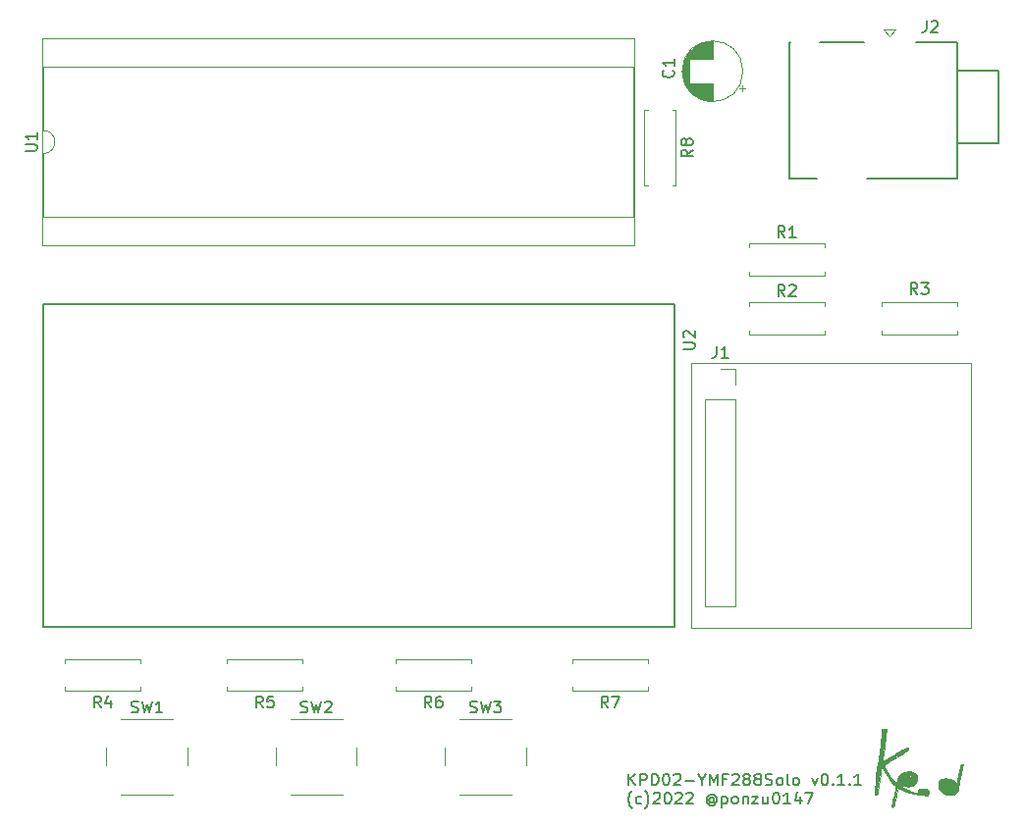
<source format=gto>
G04 #@! TF.GenerationSoftware,KiCad,Pcbnew,(6.0.1)*
G04 #@! TF.CreationDate,2022-01-31T09:15:29+09:00*
G04 #@! TF.ProjectId,KPD02-YMF288Solo-20220117,4b504430-322d-4594-9d46-323838536f6c,rev?*
G04 #@! TF.SameCoordinates,Original*
G04 #@! TF.FileFunction,Legend,Top*
G04 #@! TF.FilePolarity,Positive*
%FSLAX46Y46*%
G04 Gerber Fmt 4.6, Leading zero omitted, Abs format (unit mm)*
G04 Created by KiCad (PCBNEW (6.0.1)) date 2022-01-31 09:15:29*
%MOMM*%
%LPD*%
G01*
G04 APERTURE LIST*
%ADD10C,0.150000*%
%ADD11C,0.120000*%
%ADD12C,0.127000*%
%ADD13C,0.010000*%
G04 APERTURE END LIST*
D10*
X195915595Y-149507380D02*
X195915595Y-148507380D01*
X196487023Y-149507380D02*
X196058452Y-148935952D01*
X196487023Y-148507380D02*
X195915595Y-149078809D01*
X196915595Y-149507380D02*
X196915595Y-148507380D01*
X197296547Y-148507380D01*
X197391785Y-148555000D01*
X197439404Y-148602619D01*
X197487023Y-148697857D01*
X197487023Y-148840714D01*
X197439404Y-148935952D01*
X197391785Y-148983571D01*
X197296547Y-149031190D01*
X196915595Y-149031190D01*
X197915595Y-149507380D02*
X197915595Y-148507380D01*
X198153690Y-148507380D01*
X198296547Y-148555000D01*
X198391785Y-148650238D01*
X198439404Y-148745476D01*
X198487023Y-148935952D01*
X198487023Y-149078809D01*
X198439404Y-149269285D01*
X198391785Y-149364523D01*
X198296547Y-149459761D01*
X198153690Y-149507380D01*
X197915595Y-149507380D01*
X199106071Y-148507380D02*
X199201309Y-148507380D01*
X199296547Y-148555000D01*
X199344166Y-148602619D01*
X199391785Y-148697857D01*
X199439404Y-148888333D01*
X199439404Y-149126428D01*
X199391785Y-149316904D01*
X199344166Y-149412142D01*
X199296547Y-149459761D01*
X199201309Y-149507380D01*
X199106071Y-149507380D01*
X199010833Y-149459761D01*
X198963214Y-149412142D01*
X198915595Y-149316904D01*
X198867976Y-149126428D01*
X198867976Y-148888333D01*
X198915595Y-148697857D01*
X198963214Y-148602619D01*
X199010833Y-148555000D01*
X199106071Y-148507380D01*
X199820357Y-148602619D02*
X199867976Y-148555000D01*
X199963214Y-148507380D01*
X200201309Y-148507380D01*
X200296547Y-148555000D01*
X200344166Y-148602619D01*
X200391785Y-148697857D01*
X200391785Y-148793095D01*
X200344166Y-148935952D01*
X199772738Y-149507380D01*
X200391785Y-149507380D01*
X200820357Y-149126428D02*
X201582261Y-149126428D01*
X202248928Y-149031190D02*
X202248928Y-149507380D01*
X201915595Y-148507380D02*
X202248928Y-149031190D01*
X202582261Y-148507380D01*
X202915595Y-149507380D02*
X202915595Y-148507380D01*
X203248928Y-149221666D01*
X203582261Y-148507380D01*
X203582261Y-149507380D01*
X204391785Y-148983571D02*
X204058452Y-148983571D01*
X204058452Y-149507380D02*
X204058452Y-148507380D01*
X204534642Y-148507380D01*
X204867976Y-148602619D02*
X204915595Y-148555000D01*
X205010833Y-148507380D01*
X205248928Y-148507380D01*
X205344166Y-148555000D01*
X205391785Y-148602619D01*
X205439404Y-148697857D01*
X205439404Y-148793095D01*
X205391785Y-148935952D01*
X204820357Y-149507380D01*
X205439404Y-149507380D01*
X206010833Y-148935952D02*
X205915595Y-148888333D01*
X205867976Y-148840714D01*
X205820357Y-148745476D01*
X205820357Y-148697857D01*
X205867976Y-148602619D01*
X205915595Y-148555000D01*
X206010833Y-148507380D01*
X206201309Y-148507380D01*
X206296547Y-148555000D01*
X206344166Y-148602619D01*
X206391785Y-148697857D01*
X206391785Y-148745476D01*
X206344166Y-148840714D01*
X206296547Y-148888333D01*
X206201309Y-148935952D01*
X206010833Y-148935952D01*
X205915595Y-148983571D01*
X205867976Y-149031190D01*
X205820357Y-149126428D01*
X205820357Y-149316904D01*
X205867976Y-149412142D01*
X205915595Y-149459761D01*
X206010833Y-149507380D01*
X206201309Y-149507380D01*
X206296547Y-149459761D01*
X206344166Y-149412142D01*
X206391785Y-149316904D01*
X206391785Y-149126428D01*
X206344166Y-149031190D01*
X206296547Y-148983571D01*
X206201309Y-148935952D01*
X206963214Y-148935952D02*
X206867976Y-148888333D01*
X206820357Y-148840714D01*
X206772738Y-148745476D01*
X206772738Y-148697857D01*
X206820357Y-148602619D01*
X206867976Y-148555000D01*
X206963214Y-148507380D01*
X207153690Y-148507380D01*
X207248928Y-148555000D01*
X207296547Y-148602619D01*
X207344166Y-148697857D01*
X207344166Y-148745476D01*
X207296547Y-148840714D01*
X207248928Y-148888333D01*
X207153690Y-148935952D01*
X206963214Y-148935952D01*
X206867976Y-148983571D01*
X206820357Y-149031190D01*
X206772738Y-149126428D01*
X206772738Y-149316904D01*
X206820357Y-149412142D01*
X206867976Y-149459761D01*
X206963214Y-149507380D01*
X207153690Y-149507380D01*
X207248928Y-149459761D01*
X207296547Y-149412142D01*
X207344166Y-149316904D01*
X207344166Y-149126428D01*
X207296547Y-149031190D01*
X207248928Y-148983571D01*
X207153690Y-148935952D01*
X207725119Y-149459761D02*
X207867976Y-149507380D01*
X208106071Y-149507380D01*
X208201309Y-149459761D01*
X208248928Y-149412142D01*
X208296547Y-149316904D01*
X208296547Y-149221666D01*
X208248928Y-149126428D01*
X208201309Y-149078809D01*
X208106071Y-149031190D01*
X207915595Y-148983571D01*
X207820357Y-148935952D01*
X207772738Y-148888333D01*
X207725119Y-148793095D01*
X207725119Y-148697857D01*
X207772738Y-148602619D01*
X207820357Y-148555000D01*
X207915595Y-148507380D01*
X208153690Y-148507380D01*
X208296547Y-148555000D01*
X208867976Y-149507380D02*
X208772738Y-149459761D01*
X208725119Y-149412142D01*
X208677500Y-149316904D01*
X208677500Y-149031190D01*
X208725119Y-148935952D01*
X208772738Y-148888333D01*
X208867976Y-148840714D01*
X209010833Y-148840714D01*
X209106071Y-148888333D01*
X209153690Y-148935952D01*
X209201309Y-149031190D01*
X209201309Y-149316904D01*
X209153690Y-149412142D01*
X209106071Y-149459761D01*
X209010833Y-149507380D01*
X208867976Y-149507380D01*
X209772738Y-149507380D02*
X209677500Y-149459761D01*
X209629880Y-149364523D01*
X209629880Y-148507380D01*
X210296547Y-149507380D02*
X210201309Y-149459761D01*
X210153690Y-149412142D01*
X210106071Y-149316904D01*
X210106071Y-149031190D01*
X210153690Y-148935952D01*
X210201309Y-148888333D01*
X210296547Y-148840714D01*
X210439404Y-148840714D01*
X210534642Y-148888333D01*
X210582261Y-148935952D01*
X210629880Y-149031190D01*
X210629880Y-149316904D01*
X210582261Y-149412142D01*
X210534642Y-149459761D01*
X210439404Y-149507380D01*
X210296547Y-149507380D01*
X211725119Y-148840714D02*
X211963214Y-149507380D01*
X212201309Y-148840714D01*
X212772738Y-148507380D02*
X212867976Y-148507380D01*
X212963214Y-148555000D01*
X213010833Y-148602619D01*
X213058452Y-148697857D01*
X213106071Y-148888333D01*
X213106071Y-149126428D01*
X213058452Y-149316904D01*
X213010833Y-149412142D01*
X212963214Y-149459761D01*
X212867976Y-149507380D01*
X212772738Y-149507380D01*
X212677500Y-149459761D01*
X212629880Y-149412142D01*
X212582261Y-149316904D01*
X212534642Y-149126428D01*
X212534642Y-148888333D01*
X212582261Y-148697857D01*
X212629880Y-148602619D01*
X212677500Y-148555000D01*
X212772738Y-148507380D01*
X213534642Y-149412142D02*
X213582261Y-149459761D01*
X213534642Y-149507380D01*
X213487023Y-149459761D01*
X213534642Y-149412142D01*
X213534642Y-149507380D01*
X214534642Y-149507380D02*
X213963214Y-149507380D01*
X214248928Y-149507380D02*
X214248928Y-148507380D01*
X214153690Y-148650238D01*
X214058452Y-148745476D01*
X213963214Y-148793095D01*
X214963214Y-149412142D02*
X215010833Y-149459761D01*
X214963214Y-149507380D01*
X214915595Y-149459761D01*
X214963214Y-149412142D01*
X214963214Y-149507380D01*
X215963214Y-149507380D02*
X215391785Y-149507380D01*
X215677500Y-149507380D02*
X215677500Y-148507380D01*
X215582261Y-148650238D01*
X215487023Y-148745476D01*
X215391785Y-148793095D01*
X196201309Y-151498333D02*
X196153690Y-151450714D01*
X196058452Y-151307857D01*
X196010833Y-151212619D01*
X195963214Y-151069761D01*
X195915595Y-150831666D01*
X195915595Y-150641190D01*
X195963214Y-150403095D01*
X196010833Y-150260238D01*
X196058452Y-150165000D01*
X196153690Y-150022142D01*
X196201309Y-149974523D01*
X197010833Y-151069761D02*
X196915595Y-151117380D01*
X196725119Y-151117380D01*
X196629880Y-151069761D01*
X196582261Y-151022142D01*
X196534642Y-150926904D01*
X196534642Y-150641190D01*
X196582261Y-150545952D01*
X196629880Y-150498333D01*
X196725119Y-150450714D01*
X196915595Y-150450714D01*
X197010833Y-150498333D01*
X197344166Y-151498333D02*
X197391785Y-151450714D01*
X197487023Y-151307857D01*
X197534642Y-151212619D01*
X197582261Y-151069761D01*
X197629880Y-150831666D01*
X197629880Y-150641190D01*
X197582261Y-150403095D01*
X197534642Y-150260238D01*
X197487023Y-150165000D01*
X197391785Y-150022142D01*
X197344166Y-149974523D01*
X198058452Y-150212619D02*
X198106071Y-150165000D01*
X198201309Y-150117380D01*
X198439404Y-150117380D01*
X198534642Y-150165000D01*
X198582261Y-150212619D01*
X198629880Y-150307857D01*
X198629880Y-150403095D01*
X198582261Y-150545952D01*
X198010833Y-151117380D01*
X198629880Y-151117380D01*
X199248928Y-150117380D02*
X199344166Y-150117380D01*
X199439404Y-150165000D01*
X199487023Y-150212619D01*
X199534642Y-150307857D01*
X199582261Y-150498333D01*
X199582261Y-150736428D01*
X199534642Y-150926904D01*
X199487023Y-151022142D01*
X199439404Y-151069761D01*
X199344166Y-151117380D01*
X199248928Y-151117380D01*
X199153690Y-151069761D01*
X199106071Y-151022142D01*
X199058452Y-150926904D01*
X199010833Y-150736428D01*
X199010833Y-150498333D01*
X199058452Y-150307857D01*
X199106071Y-150212619D01*
X199153690Y-150165000D01*
X199248928Y-150117380D01*
X199963214Y-150212619D02*
X200010833Y-150165000D01*
X200106071Y-150117380D01*
X200344166Y-150117380D01*
X200439404Y-150165000D01*
X200487023Y-150212619D01*
X200534642Y-150307857D01*
X200534642Y-150403095D01*
X200487023Y-150545952D01*
X199915595Y-151117380D01*
X200534642Y-151117380D01*
X200915595Y-150212619D02*
X200963214Y-150165000D01*
X201058452Y-150117380D01*
X201296547Y-150117380D01*
X201391785Y-150165000D01*
X201439404Y-150212619D01*
X201487023Y-150307857D01*
X201487023Y-150403095D01*
X201439404Y-150545952D01*
X200867976Y-151117380D01*
X201487023Y-151117380D01*
X203296547Y-150641190D02*
X203248928Y-150593571D01*
X203153690Y-150545952D01*
X203058452Y-150545952D01*
X202963214Y-150593571D01*
X202915595Y-150641190D01*
X202867976Y-150736428D01*
X202867976Y-150831666D01*
X202915595Y-150926904D01*
X202963214Y-150974523D01*
X203058452Y-151022142D01*
X203153690Y-151022142D01*
X203248928Y-150974523D01*
X203296547Y-150926904D01*
X203296547Y-150545952D02*
X203296547Y-150926904D01*
X203344166Y-150974523D01*
X203391785Y-150974523D01*
X203487023Y-150926904D01*
X203534642Y-150831666D01*
X203534642Y-150593571D01*
X203439404Y-150450714D01*
X203296547Y-150355476D01*
X203106071Y-150307857D01*
X202915595Y-150355476D01*
X202772738Y-150450714D01*
X202677500Y-150593571D01*
X202629880Y-150784047D01*
X202677500Y-150974523D01*
X202772738Y-151117380D01*
X202915595Y-151212619D01*
X203106071Y-151260238D01*
X203296547Y-151212619D01*
X203439404Y-151117380D01*
X203963214Y-150450714D02*
X203963214Y-151450714D01*
X203963214Y-150498333D02*
X204058452Y-150450714D01*
X204248928Y-150450714D01*
X204344166Y-150498333D01*
X204391785Y-150545952D01*
X204439404Y-150641190D01*
X204439404Y-150926904D01*
X204391785Y-151022142D01*
X204344166Y-151069761D01*
X204248928Y-151117380D01*
X204058452Y-151117380D01*
X203963214Y-151069761D01*
X205010833Y-151117380D02*
X204915595Y-151069761D01*
X204867976Y-151022142D01*
X204820357Y-150926904D01*
X204820357Y-150641190D01*
X204867976Y-150545952D01*
X204915595Y-150498333D01*
X205010833Y-150450714D01*
X205153690Y-150450714D01*
X205248928Y-150498333D01*
X205296547Y-150545952D01*
X205344166Y-150641190D01*
X205344166Y-150926904D01*
X205296547Y-151022142D01*
X205248928Y-151069761D01*
X205153690Y-151117380D01*
X205010833Y-151117380D01*
X205772738Y-150450714D02*
X205772738Y-151117380D01*
X205772738Y-150545952D02*
X205820357Y-150498333D01*
X205915595Y-150450714D01*
X206058452Y-150450714D01*
X206153690Y-150498333D01*
X206201309Y-150593571D01*
X206201309Y-151117380D01*
X206582261Y-150450714D02*
X207106071Y-150450714D01*
X206582261Y-151117380D01*
X207106071Y-151117380D01*
X207915595Y-150450714D02*
X207915595Y-151117380D01*
X207487023Y-150450714D02*
X207487023Y-150974523D01*
X207534642Y-151069761D01*
X207629880Y-151117380D01*
X207772738Y-151117380D01*
X207867976Y-151069761D01*
X207915595Y-151022142D01*
X208582261Y-150117380D02*
X208677500Y-150117380D01*
X208772738Y-150165000D01*
X208820357Y-150212619D01*
X208867976Y-150307857D01*
X208915595Y-150498333D01*
X208915595Y-150736428D01*
X208867976Y-150926904D01*
X208820357Y-151022142D01*
X208772738Y-151069761D01*
X208677500Y-151117380D01*
X208582261Y-151117380D01*
X208487023Y-151069761D01*
X208439404Y-151022142D01*
X208391785Y-150926904D01*
X208344166Y-150736428D01*
X208344166Y-150498333D01*
X208391785Y-150307857D01*
X208439404Y-150212619D01*
X208487023Y-150165000D01*
X208582261Y-150117380D01*
X209867976Y-151117380D02*
X209296547Y-151117380D01*
X209582261Y-151117380D02*
X209582261Y-150117380D01*
X209487023Y-150260238D01*
X209391785Y-150355476D01*
X209296547Y-150403095D01*
X210725119Y-150450714D02*
X210725119Y-151117380D01*
X210487023Y-150069761D02*
X210248928Y-150784047D01*
X210867976Y-150784047D01*
X211153690Y-150117380D02*
X211820357Y-150117380D01*
X211391785Y-151117380D01*
G04 #@! TO.C,R8*
X201450380Y-94654666D02*
X200974190Y-94988000D01*
X201450380Y-95226095D02*
X200450380Y-95226095D01*
X200450380Y-94845142D01*
X200498000Y-94749904D01*
X200545619Y-94702285D01*
X200640857Y-94654666D01*
X200783714Y-94654666D01*
X200878952Y-94702285D01*
X200926571Y-94749904D01*
X200974190Y-94845142D01*
X200974190Y-95226095D01*
X200878952Y-94083238D02*
X200831333Y-94178476D01*
X200783714Y-94226095D01*
X200688476Y-94273714D01*
X200640857Y-94273714D01*
X200545619Y-94226095D01*
X200498000Y-94178476D01*
X200450380Y-94083238D01*
X200450380Y-93892761D01*
X200498000Y-93797523D01*
X200545619Y-93749904D01*
X200640857Y-93702285D01*
X200688476Y-93702285D01*
X200783714Y-93749904D01*
X200831333Y-93797523D01*
X200878952Y-93892761D01*
X200878952Y-94083238D01*
X200926571Y-94178476D01*
X200974190Y-94226095D01*
X201069428Y-94273714D01*
X201259904Y-94273714D01*
X201355142Y-94226095D01*
X201402761Y-94178476D01*
X201450380Y-94083238D01*
X201450380Y-93892761D01*
X201402761Y-93797523D01*
X201355142Y-93749904D01*
X201259904Y-93702285D01*
X201069428Y-93702285D01*
X200974190Y-93749904D01*
X200926571Y-93797523D01*
X200878952Y-93892761D01*
G04 #@! TO.C,C1*
X199747142Y-87796666D02*
X199794761Y-87844285D01*
X199842380Y-87987142D01*
X199842380Y-88082380D01*
X199794761Y-88225238D01*
X199699523Y-88320476D01*
X199604285Y-88368095D01*
X199413809Y-88415714D01*
X199270952Y-88415714D01*
X199080476Y-88368095D01*
X198985238Y-88320476D01*
X198890000Y-88225238D01*
X198842380Y-88082380D01*
X198842380Y-87987142D01*
X198890000Y-87844285D01*
X198937619Y-87796666D01*
X199842380Y-86844285D02*
X199842380Y-87415714D01*
X199842380Y-87130000D02*
X198842380Y-87130000D01*
X198985238Y-87225238D01*
X199080476Y-87320476D01*
X199128095Y-87415714D01*
G04 #@! TO.C,J2*
X221606666Y-83512380D02*
X221606666Y-84226666D01*
X221559047Y-84369523D01*
X221463809Y-84464761D01*
X221320952Y-84512380D01*
X221225714Y-84512380D01*
X222035238Y-83607619D02*
X222082857Y-83560000D01*
X222178095Y-83512380D01*
X222416190Y-83512380D01*
X222511428Y-83560000D01*
X222559047Y-83607619D01*
X222606666Y-83702857D01*
X222606666Y-83798095D01*
X222559047Y-83940952D01*
X221987619Y-84512380D01*
X222606666Y-84512380D01*
G04 #@! TO.C,SW2*
X167651666Y-143184761D02*
X167794523Y-143232380D01*
X168032619Y-143232380D01*
X168127857Y-143184761D01*
X168175476Y-143137142D01*
X168223095Y-143041904D01*
X168223095Y-142946666D01*
X168175476Y-142851428D01*
X168127857Y-142803809D01*
X168032619Y-142756190D01*
X167842142Y-142708571D01*
X167746904Y-142660952D01*
X167699285Y-142613333D01*
X167651666Y-142518095D01*
X167651666Y-142422857D01*
X167699285Y-142327619D01*
X167746904Y-142280000D01*
X167842142Y-142232380D01*
X168080238Y-142232380D01*
X168223095Y-142280000D01*
X168556428Y-142232380D02*
X168794523Y-143232380D01*
X168985000Y-142518095D01*
X169175476Y-143232380D01*
X169413571Y-142232380D01*
X169746904Y-142327619D02*
X169794523Y-142280000D01*
X169889761Y-142232380D01*
X170127857Y-142232380D01*
X170223095Y-142280000D01*
X170270714Y-142327619D01*
X170318333Y-142422857D01*
X170318333Y-142518095D01*
X170270714Y-142660952D01*
X169699285Y-143232380D01*
X170318333Y-143232380D01*
G04 #@! TO.C,R3*
X220813333Y-107132380D02*
X220480000Y-106656190D01*
X220241904Y-107132380D02*
X220241904Y-106132380D01*
X220622857Y-106132380D01*
X220718095Y-106180000D01*
X220765714Y-106227619D01*
X220813333Y-106322857D01*
X220813333Y-106465714D01*
X220765714Y-106560952D01*
X220718095Y-106608571D01*
X220622857Y-106656190D01*
X220241904Y-106656190D01*
X221146666Y-106132380D02*
X221765714Y-106132380D01*
X221432380Y-106513333D01*
X221575238Y-106513333D01*
X221670476Y-106560952D01*
X221718095Y-106608571D01*
X221765714Y-106703809D01*
X221765714Y-106941904D01*
X221718095Y-107037142D01*
X221670476Y-107084761D01*
X221575238Y-107132380D01*
X221289523Y-107132380D01*
X221194285Y-107084761D01*
X221146666Y-107037142D01*
G04 #@! TO.C,J1*
X203501666Y-111617380D02*
X203501666Y-112331666D01*
X203454047Y-112474523D01*
X203358809Y-112569761D01*
X203215952Y-112617380D01*
X203120714Y-112617380D01*
X204501666Y-112617380D02*
X203930238Y-112617380D01*
X204215952Y-112617380D02*
X204215952Y-111617380D01*
X204120714Y-111760238D01*
X204025476Y-111855476D01*
X203930238Y-111903095D01*
G04 #@! TO.C,R1*
X209383333Y-102222380D02*
X209050000Y-101746190D01*
X208811904Y-102222380D02*
X208811904Y-101222380D01*
X209192857Y-101222380D01*
X209288095Y-101270000D01*
X209335714Y-101317619D01*
X209383333Y-101412857D01*
X209383333Y-101555714D01*
X209335714Y-101650952D01*
X209288095Y-101698571D01*
X209192857Y-101746190D01*
X208811904Y-101746190D01*
X210335714Y-102222380D02*
X209764285Y-102222380D01*
X210050000Y-102222380D02*
X210050000Y-101222380D01*
X209954761Y-101365238D01*
X209859523Y-101460476D01*
X209764285Y-101508095D01*
G04 #@! TO.C,R2*
X209383333Y-107302380D02*
X209050000Y-106826190D01*
X208811904Y-107302380D02*
X208811904Y-106302380D01*
X209192857Y-106302380D01*
X209288095Y-106350000D01*
X209335714Y-106397619D01*
X209383333Y-106492857D01*
X209383333Y-106635714D01*
X209335714Y-106730952D01*
X209288095Y-106778571D01*
X209192857Y-106826190D01*
X208811904Y-106826190D01*
X209764285Y-106397619D02*
X209811904Y-106350000D01*
X209907142Y-106302380D01*
X210145238Y-106302380D01*
X210240476Y-106350000D01*
X210288095Y-106397619D01*
X210335714Y-106492857D01*
X210335714Y-106588095D01*
X210288095Y-106730952D01*
X209716666Y-107302380D01*
X210335714Y-107302380D01*
G04 #@! TO.C,U2*
X200618214Y-111853023D02*
X201428050Y-111853023D01*
X201523325Y-111805386D01*
X201570963Y-111757749D01*
X201618600Y-111662474D01*
X201618600Y-111471924D01*
X201570963Y-111376649D01*
X201523325Y-111329012D01*
X201428050Y-111281374D01*
X200618214Y-111281374D01*
X200713489Y-110852637D02*
X200665852Y-110805000D01*
X200618214Y-110709725D01*
X200618214Y-110471538D01*
X200665852Y-110376263D01*
X200713489Y-110328626D01*
X200808764Y-110280988D01*
X200904039Y-110280988D01*
X201046951Y-110328626D01*
X201618600Y-110900275D01*
X201618600Y-110280988D01*
G04 #@! TO.C,SW1*
X153046666Y-143184761D02*
X153189523Y-143232380D01*
X153427619Y-143232380D01*
X153522857Y-143184761D01*
X153570476Y-143137142D01*
X153618095Y-143041904D01*
X153618095Y-142946666D01*
X153570476Y-142851428D01*
X153522857Y-142803809D01*
X153427619Y-142756190D01*
X153237142Y-142708571D01*
X153141904Y-142660952D01*
X153094285Y-142613333D01*
X153046666Y-142518095D01*
X153046666Y-142422857D01*
X153094285Y-142327619D01*
X153141904Y-142280000D01*
X153237142Y-142232380D01*
X153475238Y-142232380D01*
X153618095Y-142280000D01*
X153951428Y-142232380D02*
X154189523Y-143232380D01*
X154380000Y-142518095D01*
X154570476Y-143232380D01*
X154808571Y-142232380D01*
X155713333Y-143232380D02*
X155141904Y-143232380D01*
X155427619Y-143232380D02*
X155427619Y-142232380D01*
X155332380Y-142375238D01*
X155237142Y-142470476D01*
X155141904Y-142518095D01*
G04 #@! TO.C,R6*
X178903333Y-142812380D02*
X178570000Y-142336190D01*
X178331904Y-142812380D02*
X178331904Y-141812380D01*
X178712857Y-141812380D01*
X178808095Y-141860000D01*
X178855714Y-141907619D01*
X178903333Y-142002857D01*
X178903333Y-142145714D01*
X178855714Y-142240952D01*
X178808095Y-142288571D01*
X178712857Y-142336190D01*
X178331904Y-142336190D01*
X179760476Y-141812380D02*
X179570000Y-141812380D01*
X179474761Y-141860000D01*
X179427142Y-141907619D01*
X179331904Y-142050476D01*
X179284285Y-142240952D01*
X179284285Y-142621904D01*
X179331904Y-142717142D01*
X179379523Y-142764761D01*
X179474761Y-142812380D01*
X179665238Y-142812380D01*
X179760476Y-142764761D01*
X179808095Y-142717142D01*
X179855714Y-142621904D01*
X179855714Y-142383809D01*
X179808095Y-142288571D01*
X179760476Y-142240952D01*
X179665238Y-142193333D01*
X179474761Y-142193333D01*
X179379523Y-142240952D01*
X179331904Y-142288571D01*
X179284285Y-142383809D01*
G04 #@! TO.C,U1*
X143887380Y-94746904D02*
X144696904Y-94746904D01*
X144792142Y-94699285D01*
X144839761Y-94651666D01*
X144887380Y-94556428D01*
X144887380Y-94365952D01*
X144839761Y-94270714D01*
X144792142Y-94223095D01*
X144696904Y-94175476D01*
X143887380Y-94175476D01*
X144887380Y-93175476D02*
X144887380Y-93746904D01*
X144887380Y-93461190D02*
X143887380Y-93461190D01*
X144030238Y-93556428D01*
X144125476Y-93651666D01*
X144173095Y-93746904D01*
G04 #@! TO.C,R5*
X164373333Y-142812380D02*
X164040000Y-142336190D01*
X163801904Y-142812380D02*
X163801904Y-141812380D01*
X164182857Y-141812380D01*
X164278095Y-141860000D01*
X164325714Y-141907619D01*
X164373333Y-142002857D01*
X164373333Y-142145714D01*
X164325714Y-142240952D01*
X164278095Y-142288571D01*
X164182857Y-142336190D01*
X163801904Y-142336190D01*
X165278095Y-141812380D02*
X164801904Y-141812380D01*
X164754285Y-142288571D01*
X164801904Y-142240952D01*
X164897142Y-142193333D01*
X165135238Y-142193333D01*
X165230476Y-142240952D01*
X165278095Y-142288571D01*
X165325714Y-142383809D01*
X165325714Y-142621904D01*
X165278095Y-142717142D01*
X165230476Y-142764761D01*
X165135238Y-142812380D01*
X164897142Y-142812380D01*
X164801904Y-142764761D01*
X164754285Y-142717142D01*
G04 #@! TO.C,SW3*
X182256666Y-143184761D02*
X182399523Y-143232380D01*
X182637619Y-143232380D01*
X182732857Y-143184761D01*
X182780476Y-143137142D01*
X182828095Y-143041904D01*
X182828095Y-142946666D01*
X182780476Y-142851428D01*
X182732857Y-142803809D01*
X182637619Y-142756190D01*
X182447142Y-142708571D01*
X182351904Y-142660952D01*
X182304285Y-142613333D01*
X182256666Y-142518095D01*
X182256666Y-142422857D01*
X182304285Y-142327619D01*
X182351904Y-142280000D01*
X182447142Y-142232380D01*
X182685238Y-142232380D01*
X182828095Y-142280000D01*
X183161428Y-142232380D02*
X183399523Y-143232380D01*
X183590000Y-142518095D01*
X183780476Y-143232380D01*
X184018571Y-142232380D01*
X184304285Y-142232380D02*
X184923333Y-142232380D01*
X184590000Y-142613333D01*
X184732857Y-142613333D01*
X184828095Y-142660952D01*
X184875714Y-142708571D01*
X184923333Y-142803809D01*
X184923333Y-143041904D01*
X184875714Y-143137142D01*
X184828095Y-143184761D01*
X184732857Y-143232380D01*
X184447142Y-143232380D01*
X184351904Y-143184761D01*
X184304285Y-143137142D01*
G04 #@! TO.C,R4*
X150403333Y-142812380D02*
X150070000Y-142336190D01*
X149831904Y-142812380D02*
X149831904Y-141812380D01*
X150212857Y-141812380D01*
X150308095Y-141860000D01*
X150355714Y-141907619D01*
X150403333Y-142002857D01*
X150403333Y-142145714D01*
X150355714Y-142240952D01*
X150308095Y-142288571D01*
X150212857Y-142336190D01*
X149831904Y-142336190D01*
X151260476Y-142145714D02*
X151260476Y-142812380D01*
X151022380Y-141764761D02*
X150784285Y-142479047D01*
X151403333Y-142479047D01*
G04 #@! TO.C,R7*
X194143333Y-142812380D02*
X193810000Y-142336190D01*
X193571904Y-142812380D02*
X193571904Y-141812380D01*
X193952857Y-141812380D01*
X194048095Y-141860000D01*
X194095714Y-141907619D01*
X194143333Y-142002857D01*
X194143333Y-142145714D01*
X194095714Y-142240952D01*
X194048095Y-142288571D01*
X193952857Y-142336190D01*
X193571904Y-142336190D01*
X194476666Y-141812380D02*
X195143333Y-141812380D01*
X194714761Y-142812380D01*
D11*
G04 #@! TO.C,R8*
X199998000Y-97758000D02*
X199668000Y-97758000D01*
X197588000Y-91218000D02*
X197258000Y-91218000D01*
X199668000Y-91218000D02*
X199998000Y-91218000D01*
X199998000Y-91218000D02*
X199998000Y-97758000D01*
X197258000Y-97758000D02*
X197588000Y-97758000D01*
X197258000Y-91218000D02*
X197258000Y-97758000D01*
G04 #@! TO.C,C1*
X201714113Y-90033000D02*
X201714113Y-88924000D01*
X202595113Y-86844000D02*
X202595113Y-85364000D01*
X202114113Y-90249000D02*
X202114113Y-88924000D01*
X200994113Y-89327000D02*
X200994113Y-86441000D01*
X201234113Y-89627000D02*
X201234113Y-88924000D01*
X202955113Y-86844000D02*
X202955113Y-85311000D01*
X201434113Y-89821000D02*
X201434113Y-88924000D01*
X200794113Y-88982000D02*
X200794113Y-86786000D01*
X202635113Y-86844000D02*
X202635113Y-85356000D01*
X202795113Y-90440000D02*
X202795113Y-88924000D01*
X202915113Y-86844000D02*
X202915113Y-85315000D01*
X202274113Y-90312000D02*
X202274113Y-88924000D01*
X200954113Y-89267000D02*
X200954113Y-86501000D01*
X201354113Y-89748000D02*
X201354113Y-88924000D01*
X201954113Y-86844000D02*
X201954113Y-85594000D01*
X201954113Y-90174000D02*
X201954113Y-88924000D01*
X200914113Y-89203000D02*
X200914113Y-86565000D01*
X202314113Y-90326000D02*
X202314113Y-88924000D01*
X201794113Y-86844000D02*
X201794113Y-85684000D01*
X201194113Y-86844000D02*
X201194113Y-86185000D01*
X201234113Y-86844000D02*
X201234113Y-86141000D01*
X201154113Y-89537000D02*
X201154113Y-88924000D01*
X201994113Y-86844000D02*
X201994113Y-85574000D01*
X201314113Y-89710000D02*
X201314113Y-88924000D01*
X205709888Y-89609000D02*
X205709888Y-89109000D01*
X200714113Y-88799000D02*
X200714113Y-86969000D01*
X201674113Y-90006000D02*
X201674113Y-88924000D01*
X200674113Y-88689000D02*
X200674113Y-87079000D01*
X201514113Y-89888000D02*
X201514113Y-88924000D01*
X202234113Y-86844000D02*
X202234113Y-85470000D01*
X202034113Y-86844000D02*
X202034113Y-85555000D01*
X202154113Y-86844000D02*
X202154113Y-85502000D01*
X203155113Y-86844000D02*
X203155113Y-85304000D01*
X202194113Y-86844000D02*
X202194113Y-85486000D01*
X201914113Y-86844000D02*
X201914113Y-85616000D01*
X201394113Y-86844000D02*
X201394113Y-85983000D01*
X203115113Y-90464000D02*
X203115113Y-88924000D01*
X200594113Y-88402000D02*
X200594113Y-87366000D01*
X203035113Y-86844000D02*
X203035113Y-85306000D01*
X202715113Y-86844000D02*
X202715113Y-85341000D01*
X202675113Y-90420000D02*
X202675113Y-88924000D01*
X203075113Y-86844000D02*
X203075113Y-85305000D01*
X201274113Y-89669000D02*
X201274113Y-88924000D01*
X201874113Y-86844000D02*
X201874113Y-85637000D01*
X200834113Y-89062000D02*
X200834113Y-86706000D01*
X201594113Y-86844000D02*
X201594113Y-85819000D01*
X202715113Y-90427000D02*
X202715113Y-88924000D01*
X200554113Y-88168000D02*
X200554113Y-87600000D01*
X202314113Y-86844000D02*
X202314113Y-85442000D01*
X201834113Y-86844000D02*
X201834113Y-85660000D01*
X201554113Y-86844000D02*
X201554113Y-85849000D01*
X202875113Y-86844000D02*
X202875113Y-85319000D01*
X202875113Y-90449000D02*
X202875113Y-88924000D01*
X202475113Y-90375000D02*
X202475113Y-88924000D01*
X202394113Y-90352000D02*
X202394113Y-88924000D01*
X202274113Y-86844000D02*
X202274113Y-85456000D01*
X201274113Y-86844000D02*
X201274113Y-86099000D01*
X201634113Y-89979000D02*
X201634113Y-88924000D01*
X202194113Y-90282000D02*
X202194113Y-88924000D01*
X202154113Y-90266000D02*
X202154113Y-88924000D01*
X200754113Y-88895000D02*
X200754113Y-86873000D01*
X201114113Y-89489000D02*
X201114113Y-86279000D01*
X203155113Y-90464000D02*
X203155113Y-88924000D01*
X200634113Y-88561000D02*
X200634113Y-87207000D01*
X201914113Y-90152000D02*
X201914113Y-88924000D01*
X202074113Y-86844000D02*
X202074113Y-85536000D01*
X202354113Y-90339000D02*
X202354113Y-88924000D01*
X202995113Y-90460000D02*
X202995113Y-88924000D01*
X202234113Y-90298000D02*
X202234113Y-88924000D01*
X201594113Y-89949000D02*
X201594113Y-88924000D01*
X202354113Y-86844000D02*
X202354113Y-85429000D01*
X201514113Y-86844000D02*
X201514113Y-85880000D01*
X201834113Y-90108000D02*
X201834113Y-88924000D01*
X202795113Y-86844000D02*
X202795113Y-85328000D01*
X200874113Y-89135000D02*
X200874113Y-86633000D01*
X201794113Y-90084000D02*
X201794113Y-88924000D01*
X201154113Y-86844000D02*
X201154113Y-86231000D01*
X202955113Y-90457000D02*
X202955113Y-88924000D01*
X202034113Y-90213000D02*
X202034113Y-88924000D01*
X201354113Y-86844000D02*
X201354113Y-86020000D01*
X201434113Y-86844000D02*
X201434113Y-85947000D01*
X202755113Y-86844000D02*
X202755113Y-85334000D01*
X202515113Y-86844000D02*
X202515113Y-85383000D01*
X202434113Y-86844000D02*
X202434113Y-85404000D01*
X202595113Y-90404000D02*
X202595113Y-88924000D01*
X201194113Y-89583000D02*
X201194113Y-88924000D01*
X201474113Y-86844000D02*
X201474113Y-85913000D01*
X202915113Y-90453000D02*
X202915113Y-88924000D01*
X202635113Y-90412000D02*
X202635113Y-88924000D01*
X201994113Y-90194000D02*
X201994113Y-88924000D01*
X202475113Y-86844000D02*
X202475113Y-85393000D01*
X202835113Y-86844000D02*
X202835113Y-85323000D01*
X202835113Y-90445000D02*
X202835113Y-88924000D01*
X201674113Y-86844000D02*
X201674113Y-85762000D01*
X202755113Y-90434000D02*
X202755113Y-88924000D01*
X201074113Y-89438000D02*
X201074113Y-86330000D01*
X201314113Y-86844000D02*
X201314113Y-86058000D01*
X201474113Y-89855000D02*
X201474113Y-88924000D01*
X201634113Y-86844000D02*
X201634113Y-85789000D01*
X202434113Y-90364000D02*
X202434113Y-88924000D01*
X202555113Y-90395000D02*
X202555113Y-88924000D01*
X203115113Y-86844000D02*
X203115113Y-85304000D01*
X201754113Y-90059000D02*
X201754113Y-88924000D01*
X202074113Y-90232000D02*
X202074113Y-88924000D01*
X203075113Y-90463000D02*
X203075113Y-88924000D01*
X201714113Y-86844000D02*
X201714113Y-85735000D01*
X201034113Y-89384000D02*
X201034113Y-86384000D01*
X202555113Y-86844000D02*
X202555113Y-85373000D01*
X201554113Y-89919000D02*
X201554113Y-88924000D01*
X202675113Y-86844000D02*
X202675113Y-85348000D01*
X201874113Y-90131000D02*
X201874113Y-88924000D01*
X201394113Y-89785000D02*
X201394113Y-88924000D01*
X205959888Y-89359000D02*
X205459888Y-89359000D01*
X202114113Y-86844000D02*
X202114113Y-85519000D01*
X202394113Y-86844000D02*
X202394113Y-85416000D01*
X202515113Y-90385000D02*
X202515113Y-88924000D01*
X203035113Y-90462000D02*
X203035113Y-88924000D01*
X202995113Y-86844000D02*
X202995113Y-85308000D01*
X201754113Y-86844000D02*
X201754113Y-85709000D01*
X205775113Y-87884000D02*
G75*
G03*
X205775113Y-87884000I-2620000J0D01*
G01*
G04 #@! TO.C,J2*
X218940000Y-84310000D02*
X217940000Y-84310000D01*
D10*
X209740000Y-97160000D02*
X209740000Y-85360000D01*
X209740000Y-85360000D02*
X209840000Y-85360000D01*
X224240000Y-85360000D02*
X224240000Y-97160000D01*
X224240000Y-94060000D02*
X227840000Y-94060000D01*
X220690000Y-85360000D02*
X224240000Y-85360000D01*
X212440000Y-85360000D02*
X216190000Y-85360000D01*
X227840000Y-87860000D02*
X224240000Y-87860000D01*
X224240000Y-97160000D02*
X216490000Y-97160000D01*
X227840000Y-94060000D02*
X227840000Y-87860000D01*
D11*
X218440000Y-84860000D02*
X218940000Y-84310000D01*
X217940000Y-84310000D02*
X218440000Y-84860000D01*
D10*
X212140000Y-97160000D02*
X209740000Y-97160000D01*
D11*
G04 #@! TO.C,SW2*
X165485000Y-146280000D02*
X165485000Y-147780000D01*
X171235000Y-143780000D02*
X166735000Y-143780000D01*
X172485000Y-147780000D02*
X172485000Y-146280000D01*
X166735000Y-150280000D02*
X171235000Y-150280000D01*
G04 #@! TO.C,R3*
X217710000Y-110590000D02*
X224250000Y-110590000D01*
X217710000Y-107850000D02*
X224250000Y-107850000D01*
X217710000Y-110260000D02*
X217710000Y-110590000D01*
X217710000Y-108180000D02*
X217710000Y-107850000D01*
X224250000Y-110590000D02*
X224250000Y-110260000D01*
X224250000Y-107850000D02*
X224250000Y-108180000D01*
G04 #@! TO.C,J1*
X205165000Y-113605000D02*
X205165000Y-114935000D01*
X202505000Y-116205000D02*
X202505000Y-134045000D01*
X201295000Y-135890000D02*
X201295000Y-113030000D01*
X203835000Y-113605000D02*
X205165000Y-113605000D01*
X225425000Y-135890000D02*
X201295000Y-135890000D01*
X202505000Y-116205000D02*
X205165000Y-116205000D01*
X225425000Y-113030000D02*
X225425000Y-135890000D01*
X203835000Y-113030000D02*
X201295000Y-113030000D01*
X205165000Y-116205000D02*
X205165000Y-134045000D01*
X203835000Y-113030000D02*
X225425000Y-113030000D01*
X202505000Y-134045000D02*
X205165000Y-134045000D01*
G04 #@! TO.C,R1*
X206280000Y-105510000D02*
X212820000Y-105510000D01*
X206280000Y-102770000D02*
X212820000Y-102770000D01*
X206280000Y-103100000D02*
X206280000Y-102770000D01*
X212820000Y-105510000D02*
X212820000Y-105180000D01*
X206280000Y-105180000D02*
X206280000Y-105510000D01*
X212820000Y-102770000D02*
X212820000Y-103100000D01*
G04 #@! TO.C,R2*
X212820000Y-110590000D02*
X212820000Y-110260000D01*
X206280000Y-107850000D02*
X212820000Y-107850000D01*
X212820000Y-107850000D02*
X212820000Y-108180000D01*
X206280000Y-110590000D02*
X212820000Y-110590000D01*
X206280000Y-110260000D02*
X206280000Y-110590000D01*
X206280000Y-108180000D02*
X206280000Y-107850000D01*
D12*
G04 #@! TO.C,U2*
X145470000Y-107970000D02*
X199870000Y-107970000D01*
X199870000Y-107970000D02*
X199870000Y-135870000D01*
X199870000Y-135870000D02*
X145470000Y-135870000D01*
X145470000Y-135870000D02*
X145470000Y-107970000D01*
D11*
G04 #@! TO.C,SW1*
X152130000Y-150280000D02*
X156630000Y-150280000D01*
X156630000Y-143780000D02*
X152130000Y-143780000D01*
X157880000Y-147780000D02*
X157880000Y-146280000D01*
X150880000Y-146280000D02*
X150880000Y-147780000D01*
G04 #@! TO.C,R6*
X175800000Y-141360000D02*
X175800000Y-141030000D01*
X175800000Y-138620000D02*
X175800000Y-138950000D01*
X182340000Y-141360000D02*
X175800000Y-141360000D01*
X182340000Y-138950000D02*
X182340000Y-138620000D01*
X182340000Y-138620000D02*
X175800000Y-138620000D01*
X182340000Y-141030000D02*
X182340000Y-141360000D01*
G04 #@! TO.C,U1*
X196415000Y-102935000D02*
X196415000Y-85035000D01*
X145435000Y-94985000D02*
X145435000Y-100445000D01*
X196355000Y-100445000D02*
X196355000Y-87525000D01*
X145435000Y-87525000D02*
X145435000Y-92985000D01*
X145435000Y-100445000D02*
X196355000Y-100445000D01*
X196415000Y-85035000D02*
X145375000Y-85035000D01*
X145375000Y-85035000D02*
X145375000Y-102935000D01*
X145375000Y-102935000D02*
X196415000Y-102935000D01*
X196355000Y-87525000D02*
X145435000Y-87525000D01*
X145435000Y-94985000D02*
G75*
G03*
X145435000Y-92985000I0J1000000D01*
G01*
G04 #@! TO.C,R5*
X161270000Y-138620000D02*
X161270000Y-138950000D01*
X167810000Y-141030000D02*
X167810000Y-141360000D01*
X167810000Y-138950000D02*
X167810000Y-138620000D01*
X167810000Y-138620000D02*
X161270000Y-138620000D01*
X167810000Y-141360000D02*
X161270000Y-141360000D01*
X161270000Y-141360000D02*
X161270000Y-141030000D01*
D13*
G04 #@! TO.C,G\u002A\u002A\u002A*
X224705206Y-147664754D02*
X224730602Y-147697631D01*
X224730602Y-147697631D02*
X224729906Y-147779214D01*
X224729906Y-147779214D02*
X224720479Y-147859750D01*
X224720479Y-147859750D02*
X224703158Y-147966080D01*
X224703158Y-147966080D02*
X224672752Y-148124297D01*
X224672752Y-148124297D02*
X224633199Y-148316568D01*
X224633199Y-148316568D02*
X224588435Y-148525060D01*
X224588435Y-148525060D02*
X224542399Y-148731942D01*
X224542399Y-148731942D02*
X224499028Y-148919382D01*
X224499028Y-148919382D02*
X224462258Y-149069547D01*
X224462258Y-149069547D02*
X224436029Y-149164606D01*
X224436029Y-149164606D02*
X224427364Y-149187200D01*
X224427364Y-149187200D02*
X224415299Y-149239773D01*
X224415299Y-149239773D02*
X224398098Y-149356219D01*
X224398098Y-149356219D02*
X224378607Y-149516124D01*
X224378607Y-149516124D02*
X224368676Y-149608076D01*
X224368676Y-149608076D02*
X224345881Y-149801128D01*
X224345881Y-149801128D02*
X224320898Y-149931713D01*
X224320898Y-149931713D02*
X224286928Y-150021902D01*
X224286928Y-150021902D02*
X224237174Y-150093770D01*
X224237174Y-150093770D02*
X224209839Y-150123903D01*
X224209839Y-150123903D02*
X224111321Y-150217055D01*
X224111321Y-150217055D02*
X224020364Y-150287034D01*
X224020364Y-150287034D02*
X224006833Y-150295145D01*
X224006833Y-150295145D02*
X223899514Y-150326268D01*
X223899514Y-150326268D02*
X223738692Y-150341322D01*
X223738692Y-150341322D02*
X223554011Y-150340190D01*
X223554011Y-150340190D02*
X223375119Y-150322760D01*
X223375119Y-150322760D02*
X223259532Y-150298030D01*
X223259532Y-150298030D02*
X223022699Y-150186174D01*
X223022699Y-150186174D02*
X222829498Y-150011535D01*
X222829498Y-150011535D02*
X222692221Y-149789982D01*
X222692221Y-149789982D02*
X222623158Y-149537383D01*
X222623158Y-149537383D02*
X222617930Y-149469637D01*
X222617930Y-149469637D02*
X222629734Y-149316148D01*
X222629734Y-149316148D02*
X222907855Y-149316148D01*
X222907855Y-149316148D02*
X222913589Y-149324145D01*
X222913589Y-149324145D02*
X222945082Y-149348672D01*
X222945082Y-149348672D02*
X222988249Y-149341835D01*
X222988249Y-149341835D02*
X223029704Y-149326304D01*
X223029704Y-149326304D02*
X223084635Y-149278470D01*
X223084635Y-149278470D02*
X223092338Y-149218837D01*
X223092338Y-149218837D02*
X223050632Y-149183620D01*
X223050632Y-149183620D02*
X223038350Y-149182666D01*
X223038350Y-149182666D02*
X222969975Y-149207753D01*
X222969975Y-149207753D02*
X222917433Y-149262502D01*
X222917433Y-149262502D02*
X222907855Y-149316148D01*
X222907855Y-149316148D02*
X222629734Y-149316148D01*
X222629734Y-149316148D02*
X222634955Y-149248266D01*
X222634955Y-149248266D02*
X222707589Y-149085875D01*
X222707589Y-149085875D02*
X222840195Y-148978580D01*
X222840195Y-148978580D02*
X223037137Y-148922500D01*
X223037137Y-148922500D02*
X223244833Y-148911916D01*
X223244833Y-148911916D02*
X223436410Y-148935123D01*
X223436410Y-148935123D02*
X223644728Y-148991939D01*
X223644728Y-148991939D02*
X223844950Y-149072282D01*
X223844950Y-149072282D02*
X224012240Y-149166070D01*
X224012240Y-149166070D02*
X224121762Y-149263220D01*
X224121762Y-149263220D02*
X224126617Y-149269877D01*
X224126617Y-149269877D02*
X224181484Y-149334522D01*
X224181484Y-149334522D02*
X224213929Y-149349445D01*
X224213929Y-149349445D02*
X224229498Y-149301685D01*
X224229498Y-149301685D02*
X224256406Y-149187302D01*
X224256406Y-149187302D02*
X224291423Y-149023079D01*
X224291423Y-149023079D02*
X224331318Y-148825797D01*
X224331318Y-148825797D02*
X224372861Y-148612238D01*
X224372861Y-148612238D02*
X224412823Y-148399183D01*
X224412823Y-148399183D02*
X224447973Y-148203415D01*
X224447973Y-148203415D02*
X224475082Y-148041715D01*
X224475082Y-148041715D02*
X224490918Y-147930864D01*
X224490918Y-147930864D02*
X224493667Y-147896096D01*
X224493667Y-147896096D02*
X224512187Y-147751035D01*
X224512187Y-147751035D02*
X224571097Y-147675049D01*
X224571097Y-147675049D02*
X224645553Y-147658666D01*
X224645553Y-147658666D02*
X224705206Y-147664754D01*
X224705206Y-147664754D02*
X224705206Y-147664754D01*
G36*
X222707589Y-149085875D02*
G01*
X222840195Y-148978580D01*
X223037137Y-148922500D01*
X223244833Y-148911916D01*
X223436410Y-148935123D01*
X223644728Y-148991939D01*
X223844950Y-149072282D01*
X224012240Y-149166070D01*
X224121762Y-149263220D01*
X224126617Y-149269877D01*
X224181484Y-149334522D01*
X224213929Y-149349445D01*
X224229498Y-149301685D01*
X224256406Y-149187302D01*
X224291423Y-149023079D01*
X224331318Y-148825797D01*
X224372861Y-148612238D01*
X224412823Y-148399183D01*
X224447973Y-148203415D01*
X224475082Y-148041715D01*
X224490918Y-147930864D01*
X224493667Y-147896096D01*
X224512187Y-147751035D01*
X224571097Y-147675049D01*
X224645553Y-147658666D01*
X224705206Y-147664754D01*
X224730602Y-147697631D01*
X224729906Y-147779214D01*
X224720479Y-147859750D01*
X224703158Y-147966080D01*
X224672752Y-148124297D01*
X224633199Y-148316568D01*
X224588435Y-148525060D01*
X224542399Y-148731942D01*
X224499028Y-148919382D01*
X224462258Y-149069547D01*
X224436029Y-149164606D01*
X224427364Y-149187200D01*
X224415299Y-149239773D01*
X224398098Y-149356219D01*
X224378607Y-149516124D01*
X224368676Y-149608076D01*
X224345881Y-149801128D01*
X224320898Y-149931713D01*
X224286928Y-150021902D01*
X224237174Y-150093770D01*
X224209839Y-150123903D01*
X224111321Y-150217055D01*
X224020364Y-150287034D01*
X224006833Y-150295145D01*
X223899514Y-150326268D01*
X223738692Y-150341322D01*
X223554011Y-150340190D01*
X223375119Y-150322760D01*
X223259532Y-150298030D01*
X223022699Y-150186174D01*
X222829498Y-150011535D01*
X222692221Y-149789982D01*
X222623158Y-149537383D01*
X222617930Y-149469637D01*
X222629734Y-149316148D01*
X222907855Y-149316148D01*
X222913589Y-149324145D01*
X222945082Y-149348672D01*
X222988249Y-149341835D01*
X223029704Y-149326304D01*
X223084635Y-149278470D01*
X223092338Y-149218837D01*
X223050632Y-149183620D01*
X223038350Y-149182666D01*
X222969975Y-149207753D01*
X222917433Y-149262502D01*
X222907855Y-149316148D01*
X222629734Y-149316148D01*
X222634955Y-149248266D01*
X222707589Y-149085875D01*
G37*
X222707589Y-149085875D02*
X222840195Y-148978580D01*
X223037137Y-148922500D01*
X223244833Y-148911916D01*
X223436410Y-148935123D01*
X223644728Y-148991939D01*
X223844950Y-149072282D01*
X224012240Y-149166070D01*
X224121762Y-149263220D01*
X224126617Y-149269877D01*
X224181484Y-149334522D01*
X224213929Y-149349445D01*
X224229498Y-149301685D01*
X224256406Y-149187302D01*
X224291423Y-149023079D01*
X224331318Y-148825797D01*
X224372861Y-148612238D01*
X224412823Y-148399183D01*
X224447973Y-148203415D01*
X224475082Y-148041715D01*
X224490918Y-147930864D01*
X224493667Y-147896096D01*
X224512187Y-147751035D01*
X224571097Y-147675049D01*
X224645553Y-147658666D01*
X224705206Y-147664754D01*
X224730602Y-147697631D01*
X224729906Y-147779214D01*
X224720479Y-147859750D01*
X224703158Y-147966080D01*
X224672752Y-148124297D01*
X224633199Y-148316568D01*
X224588435Y-148525060D01*
X224542399Y-148731942D01*
X224499028Y-148919382D01*
X224462258Y-149069547D01*
X224436029Y-149164606D01*
X224427364Y-149187200D01*
X224415299Y-149239773D01*
X224398098Y-149356219D01*
X224378607Y-149516124D01*
X224368676Y-149608076D01*
X224345881Y-149801128D01*
X224320898Y-149931713D01*
X224286928Y-150021902D01*
X224237174Y-150093770D01*
X224209839Y-150123903D01*
X224111321Y-150217055D01*
X224020364Y-150287034D01*
X224006833Y-150295145D01*
X223899514Y-150326268D01*
X223738692Y-150341322D01*
X223554011Y-150340190D01*
X223375119Y-150322760D01*
X223259532Y-150298030D01*
X223022699Y-150186174D01*
X222829498Y-150011535D01*
X222692221Y-149789982D01*
X222623158Y-149537383D01*
X222617930Y-149469637D01*
X222629734Y-149316148D01*
X222907855Y-149316148D01*
X222913589Y-149324145D01*
X222945082Y-149348672D01*
X222988249Y-149341835D01*
X223029704Y-149326304D01*
X223084635Y-149278470D01*
X223092338Y-149218837D01*
X223050632Y-149183620D01*
X223038350Y-149182666D01*
X222969975Y-149207753D01*
X222917433Y-149262502D01*
X222907855Y-149316148D01*
X222629734Y-149316148D01*
X222634955Y-149248266D01*
X222707589Y-149085875D01*
X218136476Y-144875250D02*
X218116692Y-145014176D01*
X218116692Y-145014176D02*
X218093477Y-145207057D01*
X218093477Y-145207057D02*
X218070359Y-145423466D01*
X218070359Y-145423466D02*
X218057965Y-145552366D01*
X218057965Y-145552366D02*
X218033729Y-145774316D01*
X218033729Y-145774316D02*
X217998213Y-146045609D01*
X217998213Y-146045609D02*
X217956124Y-146332444D01*
X217956124Y-146332444D02*
X217912173Y-146601018D01*
X217912173Y-146601018D02*
X217910666Y-146609629D01*
X217910666Y-146609629D02*
X217872490Y-146835196D01*
X217872490Y-146835196D02*
X217840453Y-147039600D01*
X217840453Y-147039600D02*
X217817301Y-147204149D01*
X217817301Y-147204149D02*
X217805781Y-147310150D01*
X217805781Y-147310150D02*
X217805000Y-147328790D01*
X217805000Y-147328790D02*
X217805000Y-147445553D01*
X217805000Y-147445553D02*
X217942583Y-147368578D01*
X217942583Y-147368578D02*
X218159700Y-147246419D01*
X218159700Y-147246419D02*
X218351591Y-147136588D01*
X218351591Y-147136588D02*
X218544604Y-147023728D01*
X218544604Y-147023728D02*
X218765091Y-146892481D01*
X218765091Y-146892481D02*
X218948000Y-146782582D01*
X218948000Y-146782582D02*
X219282277Y-146583983D01*
X219282277Y-146583983D02*
X219550903Y-146431051D01*
X219550903Y-146431051D02*
X219758392Y-146322072D01*
X219758392Y-146322072D02*
X219909260Y-146255330D01*
X219909260Y-146255330D02*
X220008021Y-146229110D01*
X220008021Y-146229110D02*
X220059191Y-146241699D01*
X220059191Y-146241699D02*
X220067284Y-146291380D01*
X220067284Y-146291380D02*
X220040997Y-146367426D01*
X220040997Y-146367426D02*
X219996568Y-146436457D01*
X219996568Y-146436457D02*
X219918377Y-146515701D01*
X219918377Y-146515701D02*
X219799555Y-146609838D01*
X219799555Y-146609838D02*
X219633236Y-146723546D01*
X219633236Y-146723546D02*
X219412554Y-146861505D01*
X219412554Y-146861505D02*
X219130641Y-147028393D01*
X219130641Y-147028393D02*
X218780631Y-147228890D01*
X218780631Y-147228890D02*
X218757500Y-147241986D01*
X218757500Y-147241986D02*
X218516975Y-147380697D01*
X218516975Y-147380697D02*
X218307474Y-147506577D01*
X218307474Y-147506577D02*
X218138951Y-147613252D01*
X218138951Y-147613252D02*
X218021358Y-147694350D01*
X218021358Y-147694350D02*
X217964649Y-147743499D01*
X217964649Y-147743499D02*
X217961026Y-147751977D01*
X217961026Y-147751977D02*
X217998628Y-147885537D01*
X217998628Y-147885537D02*
X218078163Y-148074080D01*
X218078163Y-148074080D02*
X218193234Y-148303070D01*
X218193234Y-148303070D02*
X218245970Y-148399500D01*
X218245970Y-148399500D02*
X218332750Y-148540142D01*
X218332750Y-148540142D02*
X218442832Y-148697332D01*
X218442832Y-148697332D02*
X218565812Y-148858779D01*
X218565812Y-148858779D02*
X218691281Y-149012196D01*
X218691281Y-149012196D02*
X218808833Y-149145293D01*
X218808833Y-149145293D02*
X218908063Y-149245783D01*
X218908063Y-149245783D02*
X218978562Y-149301377D01*
X218978562Y-149301377D02*
X219009538Y-149301142D01*
X219009538Y-149301142D02*
X219026996Y-149232082D01*
X219026996Y-149232082D02*
X219053691Y-149109347D01*
X219053691Y-149109347D02*
X219077379Y-148992166D01*
X219077379Y-148992166D02*
X219155231Y-148758584D01*
X219155231Y-148758584D02*
X219233609Y-148654504D01*
X219233609Y-148654504D02*
X220139189Y-148654504D01*
X220139189Y-148654504D02*
X220152380Y-148713229D01*
X220152380Y-148713229D02*
X220184133Y-148750866D01*
X220184133Y-148750866D02*
X220252506Y-148797377D01*
X220252506Y-148797377D02*
X220291263Y-148786264D01*
X220291263Y-148786264D02*
X220286029Y-148734704D01*
X220286029Y-148734704D02*
X220263615Y-148667220D01*
X220263615Y-148667220D02*
X220260333Y-148650037D01*
X220260333Y-148650037D02*
X220225771Y-148634291D01*
X220225771Y-148634291D02*
X220196833Y-148632333D01*
X220196833Y-148632333D02*
X220139189Y-148654504D01*
X220139189Y-148654504D02*
X219233609Y-148654504D01*
X219233609Y-148654504D02*
X219290713Y-148578676D01*
X219290713Y-148578676D02*
X219491035Y-148445214D01*
X219491035Y-148445214D02*
X219700283Y-148367750D01*
X219700283Y-148367750D02*
X219849551Y-148328639D01*
X219849551Y-148328639D02*
X219974925Y-148301792D01*
X219974925Y-148301792D02*
X220039292Y-148293666D01*
X220039292Y-148293666D02*
X220189284Y-148318085D01*
X220189284Y-148318085D02*
X220369270Y-148381355D01*
X220369270Y-148381355D02*
X220543892Y-148468501D01*
X220543892Y-148468501D02*
X220676971Y-148563778D01*
X220676971Y-148563778D02*
X220764528Y-148654828D01*
X220764528Y-148654828D02*
X220800857Y-148734672D01*
X220800857Y-148734672D02*
X220801038Y-148844344D01*
X220801038Y-148844344D02*
X220796365Y-148888619D01*
X220796365Y-148888619D02*
X220765159Y-149056161D01*
X220765159Y-149056161D02*
X220716126Y-149225011D01*
X220716126Y-149225011D02*
X220704778Y-149255127D01*
X220704778Y-149255127D02*
X220647904Y-149367225D01*
X220647904Y-149367225D02*
X220569241Y-149444296D01*
X220569241Y-149444296D02*
X220440714Y-149512405D01*
X220440714Y-149512405D02*
X220416050Y-149523178D01*
X220416050Y-149523178D02*
X220315493Y-149563696D01*
X220315493Y-149563696D02*
X220226687Y-149588561D01*
X220226687Y-149588561D02*
X220128047Y-149599432D01*
X220128047Y-149599432D02*
X219997989Y-149597963D01*
X219997989Y-149597963D02*
X219814928Y-149585810D01*
X219814928Y-149585810D02*
X219710000Y-149577338D01*
X219710000Y-149577338D02*
X219517433Y-149561969D01*
X219517433Y-149561969D02*
X219359042Y-149550315D01*
X219359042Y-149550315D02*
X219251906Y-149543563D01*
X219251906Y-149543563D02*
X219213199Y-149542746D01*
X219213199Y-149542746D02*
X219236130Y-149565200D01*
X219236130Y-149565200D02*
X219322059Y-149612595D01*
X219322059Y-149612595D02*
X219455539Y-149678008D01*
X219455539Y-149678008D02*
X219621128Y-149754513D01*
X219621128Y-149754513D02*
X219803380Y-149835186D01*
X219803380Y-149835186D02*
X219986852Y-149913102D01*
X219986852Y-149913102D02*
X220156098Y-149981336D01*
X220156098Y-149981336D02*
X220295676Y-150032965D01*
X220295676Y-150032965D02*
X220336602Y-150046439D01*
X220336602Y-150046439D02*
X220550351Y-150110398D01*
X220550351Y-150110398D02*
X220696752Y-150145192D01*
X220696752Y-150145192D02*
X220787848Y-150151068D01*
X220787848Y-150151068D02*
X220835682Y-150128274D01*
X220835682Y-150128274D02*
X220852300Y-150077057D01*
X220852300Y-150077057D02*
X220853000Y-150057061D01*
X220853000Y-150057061D02*
X220889077Y-149928401D01*
X220889077Y-149928401D02*
X220997349Y-149843814D01*
X220997349Y-149843814D02*
X221177876Y-149803266D01*
X221177876Y-149803266D02*
X221291796Y-149799451D01*
X221291796Y-149799451D02*
X221520043Y-149825406D01*
X221520043Y-149825406D02*
X221686301Y-149894291D01*
X221686301Y-149894291D02*
X221785512Y-150001394D01*
X221785512Y-150001394D02*
X221812616Y-150142004D01*
X221812616Y-150142004D02*
X221785450Y-150259228D01*
X221785450Y-150259228D02*
X221750146Y-150325388D01*
X221750146Y-150325388D02*
X221692571Y-150357603D01*
X221692571Y-150357603D02*
X221585961Y-150367587D01*
X221585961Y-150367587D02*
X221536926Y-150368000D01*
X221536926Y-150368000D02*
X221258209Y-150350864D01*
X221258209Y-150350864D02*
X220927008Y-150303149D01*
X220927008Y-150303149D02*
X220567416Y-150230391D01*
X220567416Y-150230391D02*
X220203526Y-150138128D01*
X220203526Y-150138128D02*
X219859432Y-150031894D01*
X219859432Y-150031894D02*
X219559227Y-149917228D01*
X219559227Y-149917228D02*
X219541306Y-149909394D01*
X219541306Y-149909394D02*
X219168900Y-149745058D01*
X219168900Y-149745058D02*
X219035239Y-150257612D01*
X219035239Y-150257612D02*
X218976851Y-150489390D01*
X218976851Y-150489390D02*
X218921085Y-150724589D01*
X218921085Y-150724589D02*
X218874856Y-150933271D01*
X218874856Y-150933271D02*
X218848393Y-151066500D01*
X218848393Y-151066500D02*
X218816910Y-151223698D01*
X218816910Y-151223698D02*
X218786796Y-151315502D01*
X218786796Y-151315502D02*
X218748968Y-151360536D01*
X218748968Y-151360536D02*
X218696938Y-151377059D01*
X218696938Y-151377059D02*
X218642692Y-151380672D01*
X218642692Y-151380672D02*
X218616548Y-151358693D01*
X218616548Y-151358693D02*
X218613022Y-151292352D01*
X218613022Y-151292352D02*
X218626630Y-151162877D01*
X218626630Y-151162877D02*
X218628906Y-151144226D01*
X218628906Y-151144226D02*
X218654083Y-151000568D01*
X218654083Y-151000568D02*
X218698577Y-150804839D01*
X218698577Y-150804839D02*
X218755540Y-150585489D01*
X218755540Y-150585489D02*
X218803573Y-150418457D01*
X218803573Y-150418457D02*
X218880655Y-150150383D01*
X218880655Y-150150383D02*
X218927647Y-149947036D01*
X218927647Y-149947036D02*
X218944455Y-149793965D01*
X218944455Y-149793965D02*
X218930986Y-149676724D01*
X218930986Y-149676724D02*
X218887144Y-149580861D01*
X218887144Y-149580861D02*
X218812836Y-149491929D01*
X218812836Y-149491929D02*
X218797436Y-149476721D01*
X218797436Y-149476721D02*
X218683476Y-149348794D01*
X218683476Y-149348794D02*
X218542243Y-149163662D01*
X218542243Y-149163662D02*
X218385623Y-148939191D01*
X218385623Y-148939191D02*
X218225497Y-148693243D01*
X218225497Y-148693243D02*
X218073750Y-148443685D01*
X218073750Y-148443685D02*
X217942264Y-148208379D01*
X217942264Y-148208379D02*
X217902757Y-148131754D01*
X217902757Y-148131754D02*
X217825155Y-147979305D01*
X217825155Y-147979305D02*
X217763967Y-147863239D01*
X217763967Y-147863239D02*
X217727259Y-147798623D01*
X217727259Y-147798623D02*
X217720333Y-147791021D01*
X217720333Y-147791021D02*
X217714851Y-147840678D01*
X217714851Y-147840678D02*
X217699600Y-147960944D01*
X217699600Y-147960944D02*
X217676375Y-148138556D01*
X217676375Y-148138556D02*
X217646970Y-148360248D01*
X217646970Y-148360248D02*
X217613179Y-148612758D01*
X217613179Y-148612758D02*
X217576796Y-148882820D01*
X217576796Y-148882820D02*
X217539615Y-149157171D01*
X217539615Y-149157171D02*
X217503431Y-149422546D01*
X217503431Y-149422546D02*
X217470038Y-149665682D01*
X217470038Y-149665682D02*
X217441229Y-149873314D01*
X217441229Y-149873314D02*
X217418800Y-150032178D01*
X217418800Y-150032178D02*
X217404543Y-150129011D01*
X217404543Y-150129011D02*
X217401824Y-150145750D01*
X217401824Y-150145750D02*
X217374313Y-150241314D01*
X217374313Y-150241314D02*
X217318769Y-150278311D01*
X217318769Y-150278311D02*
X217246869Y-150283333D01*
X217246869Y-150283333D02*
X217115908Y-150283333D01*
X217115908Y-150283333D02*
X217147768Y-150018750D01*
X217147768Y-150018750D02*
X217162138Y-149874978D01*
X217162138Y-149874978D02*
X217178515Y-149672215D01*
X217178515Y-149672215D02*
X217195002Y-149436048D01*
X217195002Y-149436048D02*
X217209699Y-149192063D01*
X217209699Y-149192063D02*
X217211359Y-149161500D01*
X217211359Y-149161500D02*
X217224853Y-148946060D01*
X217224853Y-148946060D02*
X217242611Y-148742291D01*
X217242611Y-148742291D02*
X217266906Y-148534849D01*
X217266906Y-148534849D02*
X217300010Y-148308393D01*
X217300010Y-148308393D02*
X217344198Y-148047579D01*
X217344198Y-148047579D02*
X217401742Y-147737066D01*
X217401742Y-147737066D02*
X217474916Y-147361512D01*
X217474916Y-147361512D02*
X217487338Y-147298833D01*
X217487338Y-147298833D02*
X217518809Y-147112025D01*
X217518809Y-147112025D02*
X217550644Y-146875283D01*
X217550644Y-146875283D02*
X217578502Y-146623210D01*
X217578502Y-146623210D02*
X217593618Y-146452166D01*
X217593618Y-146452166D02*
X217613668Y-146213189D01*
X217613668Y-146213189D02*
X217640460Y-145924378D01*
X217640460Y-145924378D02*
X217670688Y-145619966D01*
X217670688Y-145619966D02*
X217701048Y-145334186D01*
X217701048Y-145334186D02*
X217705012Y-145298583D01*
X217705012Y-145298583D02*
X217777360Y-144653000D01*
X217777360Y-144653000D02*
X218173355Y-144653000D01*
X218173355Y-144653000D02*
X218136476Y-144875250D01*
X218136476Y-144875250D02*
X218136476Y-144875250D01*
G36*
X219491035Y-148445214D02*
G01*
X219700283Y-148367750D01*
X219849551Y-148328639D01*
X219974925Y-148301792D01*
X220039292Y-148293666D01*
X220189284Y-148318085D01*
X220369270Y-148381355D01*
X220543892Y-148468501D01*
X220676971Y-148563778D01*
X220764528Y-148654828D01*
X220800857Y-148734672D01*
X220801038Y-148844344D01*
X220796365Y-148888619D01*
X220765159Y-149056161D01*
X220716126Y-149225011D01*
X220704778Y-149255127D01*
X220647904Y-149367225D01*
X220569241Y-149444296D01*
X220440714Y-149512405D01*
X220416050Y-149523178D01*
X220315493Y-149563696D01*
X220226687Y-149588561D01*
X220128047Y-149599432D01*
X219997989Y-149597963D01*
X219814928Y-149585810D01*
X219710000Y-149577338D01*
X219517433Y-149561969D01*
X219359042Y-149550315D01*
X219251906Y-149543563D01*
X219213199Y-149542746D01*
X219236130Y-149565200D01*
X219322059Y-149612595D01*
X219455539Y-149678008D01*
X219621128Y-149754513D01*
X219803380Y-149835186D01*
X219986852Y-149913102D01*
X220156098Y-149981336D01*
X220295676Y-150032965D01*
X220336602Y-150046439D01*
X220550351Y-150110398D01*
X220696752Y-150145192D01*
X220787848Y-150151068D01*
X220835682Y-150128274D01*
X220852300Y-150077057D01*
X220853000Y-150057061D01*
X220889077Y-149928401D01*
X220997349Y-149843814D01*
X221177876Y-149803266D01*
X221291796Y-149799451D01*
X221520043Y-149825406D01*
X221686301Y-149894291D01*
X221785512Y-150001394D01*
X221812616Y-150142004D01*
X221785450Y-150259228D01*
X221750146Y-150325388D01*
X221692571Y-150357603D01*
X221585961Y-150367587D01*
X221536926Y-150368000D01*
X221258209Y-150350864D01*
X220927008Y-150303149D01*
X220567416Y-150230391D01*
X220203526Y-150138128D01*
X219859432Y-150031894D01*
X219559227Y-149917228D01*
X219541306Y-149909394D01*
X219168900Y-149745058D01*
X219035239Y-150257612D01*
X218976851Y-150489390D01*
X218921085Y-150724589D01*
X218874856Y-150933271D01*
X218848393Y-151066500D01*
X218816910Y-151223698D01*
X218786796Y-151315502D01*
X218748968Y-151360536D01*
X218696938Y-151377059D01*
X218642692Y-151380672D01*
X218616548Y-151358693D01*
X218613022Y-151292352D01*
X218626630Y-151162877D01*
X218628906Y-151144226D01*
X218654083Y-151000568D01*
X218698577Y-150804839D01*
X218755540Y-150585489D01*
X218803573Y-150418457D01*
X218880655Y-150150383D01*
X218927647Y-149947036D01*
X218944455Y-149793965D01*
X218930986Y-149676724D01*
X218887144Y-149580861D01*
X218812836Y-149491929D01*
X218797436Y-149476721D01*
X218683476Y-149348794D01*
X218542243Y-149163662D01*
X218385623Y-148939191D01*
X218225497Y-148693243D01*
X218073750Y-148443685D01*
X217942264Y-148208379D01*
X217902757Y-148131754D01*
X217825155Y-147979305D01*
X217763967Y-147863239D01*
X217727259Y-147798623D01*
X217720333Y-147791021D01*
X217714851Y-147840678D01*
X217699600Y-147960944D01*
X217676375Y-148138556D01*
X217646970Y-148360248D01*
X217613179Y-148612758D01*
X217576796Y-148882820D01*
X217539615Y-149157171D01*
X217503431Y-149422546D01*
X217470038Y-149665682D01*
X217441229Y-149873314D01*
X217418800Y-150032178D01*
X217404543Y-150129011D01*
X217401824Y-150145750D01*
X217374313Y-150241314D01*
X217318769Y-150278311D01*
X217246869Y-150283333D01*
X217115908Y-150283333D01*
X217147768Y-150018750D01*
X217162138Y-149874978D01*
X217178515Y-149672215D01*
X217195002Y-149436048D01*
X217209699Y-149192063D01*
X217211359Y-149161500D01*
X217224853Y-148946060D01*
X217242611Y-148742291D01*
X217266906Y-148534849D01*
X217300010Y-148308393D01*
X217344198Y-148047579D01*
X217401742Y-147737066D01*
X217474916Y-147361512D01*
X217487338Y-147298833D01*
X217518809Y-147112025D01*
X217550644Y-146875283D01*
X217578502Y-146623210D01*
X217593618Y-146452166D01*
X217613668Y-146213189D01*
X217640460Y-145924378D01*
X217670688Y-145619966D01*
X217701048Y-145334186D01*
X217705012Y-145298583D01*
X217777360Y-144653000D01*
X218173355Y-144653000D01*
X218136476Y-144875250D01*
X218116692Y-145014176D01*
X218093477Y-145207057D01*
X218070359Y-145423466D01*
X218057965Y-145552366D01*
X218033729Y-145774316D01*
X217998213Y-146045609D01*
X217956124Y-146332444D01*
X217912173Y-146601018D01*
X217910666Y-146609629D01*
X217872490Y-146835196D01*
X217840453Y-147039600D01*
X217817301Y-147204149D01*
X217805781Y-147310150D01*
X217805000Y-147328790D01*
X217805000Y-147445553D01*
X217942583Y-147368578D01*
X218159700Y-147246419D01*
X218351591Y-147136588D01*
X218544604Y-147023728D01*
X218765091Y-146892481D01*
X218948000Y-146782582D01*
X219282277Y-146583983D01*
X219550903Y-146431051D01*
X219758392Y-146322072D01*
X219909260Y-146255330D01*
X220008021Y-146229110D01*
X220059191Y-146241699D01*
X220067284Y-146291380D01*
X220040997Y-146367426D01*
X219996568Y-146436457D01*
X219918377Y-146515701D01*
X219799555Y-146609838D01*
X219633236Y-146723546D01*
X219412554Y-146861505D01*
X219130641Y-147028393D01*
X218780631Y-147228890D01*
X218757500Y-147241986D01*
X218516975Y-147380697D01*
X218307474Y-147506577D01*
X218138951Y-147613252D01*
X218021358Y-147694350D01*
X217964649Y-147743499D01*
X217961026Y-147751977D01*
X217998628Y-147885537D01*
X218078163Y-148074080D01*
X218193234Y-148303070D01*
X218245970Y-148399500D01*
X218332750Y-148540142D01*
X218442832Y-148697332D01*
X218565812Y-148858779D01*
X218691281Y-149012196D01*
X218808833Y-149145293D01*
X218908063Y-149245783D01*
X218978562Y-149301377D01*
X219009538Y-149301142D01*
X219026996Y-149232082D01*
X219053691Y-149109347D01*
X219077379Y-148992166D01*
X219155231Y-148758584D01*
X219233609Y-148654504D01*
X220139189Y-148654504D01*
X220152380Y-148713229D01*
X220184133Y-148750866D01*
X220252506Y-148797377D01*
X220291263Y-148786264D01*
X220286029Y-148734704D01*
X220263615Y-148667220D01*
X220260333Y-148650037D01*
X220225771Y-148634291D01*
X220196833Y-148632333D01*
X220139189Y-148654504D01*
X219233609Y-148654504D01*
X219290713Y-148578676D01*
X219491035Y-148445214D01*
G37*
X219491035Y-148445214D02*
X219700283Y-148367750D01*
X219849551Y-148328639D01*
X219974925Y-148301792D01*
X220039292Y-148293666D01*
X220189284Y-148318085D01*
X220369270Y-148381355D01*
X220543892Y-148468501D01*
X220676971Y-148563778D01*
X220764528Y-148654828D01*
X220800857Y-148734672D01*
X220801038Y-148844344D01*
X220796365Y-148888619D01*
X220765159Y-149056161D01*
X220716126Y-149225011D01*
X220704778Y-149255127D01*
X220647904Y-149367225D01*
X220569241Y-149444296D01*
X220440714Y-149512405D01*
X220416050Y-149523178D01*
X220315493Y-149563696D01*
X220226687Y-149588561D01*
X220128047Y-149599432D01*
X219997989Y-149597963D01*
X219814928Y-149585810D01*
X219710000Y-149577338D01*
X219517433Y-149561969D01*
X219359042Y-149550315D01*
X219251906Y-149543563D01*
X219213199Y-149542746D01*
X219236130Y-149565200D01*
X219322059Y-149612595D01*
X219455539Y-149678008D01*
X219621128Y-149754513D01*
X219803380Y-149835186D01*
X219986852Y-149913102D01*
X220156098Y-149981336D01*
X220295676Y-150032965D01*
X220336602Y-150046439D01*
X220550351Y-150110398D01*
X220696752Y-150145192D01*
X220787848Y-150151068D01*
X220835682Y-150128274D01*
X220852300Y-150077057D01*
X220853000Y-150057061D01*
X220889077Y-149928401D01*
X220997349Y-149843814D01*
X221177876Y-149803266D01*
X221291796Y-149799451D01*
X221520043Y-149825406D01*
X221686301Y-149894291D01*
X221785512Y-150001394D01*
X221812616Y-150142004D01*
X221785450Y-150259228D01*
X221750146Y-150325388D01*
X221692571Y-150357603D01*
X221585961Y-150367587D01*
X221536926Y-150368000D01*
X221258209Y-150350864D01*
X220927008Y-150303149D01*
X220567416Y-150230391D01*
X220203526Y-150138128D01*
X219859432Y-150031894D01*
X219559227Y-149917228D01*
X219541306Y-149909394D01*
X219168900Y-149745058D01*
X219035239Y-150257612D01*
X218976851Y-150489390D01*
X218921085Y-150724589D01*
X218874856Y-150933271D01*
X218848393Y-151066500D01*
X218816910Y-151223698D01*
X218786796Y-151315502D01*
X218748968Y-151360536D01*
X218696938Y-151377059D01*
X218642692Y-151380672D01*
X218616548Y-151358693D01*
X218613022Y-151292352D01*
X218626630Y-151162877D01*
X218628906Y-151144226D01*
X218654083Y-151000568D01*
X218698577Y-150804839D01*
X218755540Y-150585489D01*
X218803573Y-150418457D01*
X218880655Y-150150383D01*
X218927647Y-149947036D01*
X218944455Y-149793965D01*
X218930986Y-149676724D01*
X218887144Y-149580861D01*
X218812836Y-149491929D01*
X218797436Y-149476721D01*
X218683476Y-149348794D01*
X218542243Y-149163662D01*
X218385623Y-148939191D01*
X218225497Y-148693243D01*
X218073750Y-148443685D01*
X217942264Y-148208379D01*
X217902757Y-148131754D01*
X217825155Y-147979305D01*
X217763967Y-147863239D01*
X217727259Y-147798623D01*
X217720333Y-147791021D01*
X217714851Y-147840678D01*
X217699600Y-147960944D01*
X217676375Y-148138556D01*
X217646970Y-148360248D01*
X217613179Y-148612758D01*
X217576796Y-148882820D01*
X217539615Y-149157171D01*
X217503431Y-149422546D01*
X217470038Y-149665682D01*
X217441229Y-149873314D01*
X217418800Y-150032178D01*
X217404543Y-150129011D01*
X217401824Y-150145750D01*
X217374313Y-150241314D01*
X217318769Y-150278311D01*
X217246869Y-150283333D01*
X217115908Y-150283333D01*
X217147768Y-150018750D01*
X217162138Y-149874978D01*
X217178515Y-149672215D01*
X217195002Y-149436048D01*
X217209699Y-149192063D01*
X217211359Y-149161500D01*
X217224853Y-148946060D01*
X217242611Y-148742291D01*
X217266906Y-148534849D01*
X217300010Y-148308393D01*
X217344198Y-148047579D01*
X217401742Y-147737066D01*
X217474916Y-147361512D01*
X217487338Y-147298833D01*
X217518809Y-147112025D01*
X217550644Y-146875283D01*
X217578502Y-146623210D01*
X217593618Y-146452166D01*
X217613668Y-146213189D01*
X217640460Y-145924378D01*
X217670688Y-145619966D01*
X217701048Y-145334186D01*
X217705012Y-145298583D01*
X217777360Y-144653000D01*
X218173355Y-144653000D01*
X218136476Y-144875250D01*
X218116692Y-145014176D01*
X218093477Y-145207057D01*
X218070359Y-145423466D01*
X218057965Y-145552366D01*
X218033729Y-145774316D01*
X217998213Y-146045609D01*
X217956124Y-146332444D01*
X217912173Y-146601018D01*
X217910666Y-146609629D01*
X217872490Y-146835196D01*
X217840453Y-147039600D01*
X217817301Y-147204149D01*
X217805781Y-147310150D01*
X217805000Y-147328790D01*
X217805000Y-147445553D01*
X217942583Y-147368578D01*
X218159700Y-147246419D01*
X218351591Y-147136588D01*
X218544604Y-147023728D01*
X218765091Y-146892481D01*
X218948000Y-146782582D01*
X219282277Y-146583983D01*
X219550903Y-146431051D01*
X219758392Y-146322072D01*
X219909260Y-146255330D01*
X220008021Y-146229110D01*
X220059191Y-146241699D01*
X220067284Y-146291380D01*
X220040997Y-146367426D01*
X219996568Y-146436457D01*
X219918377Y-146515701D01*
X219799555Y-146609838D01*
X219633236Y-146723546D01*
X219412554Y-146861505D01*
X219130641Y-147028393D01*
X218780631Y-147228890D01*
X218757500Y-147241986D01*
X218516975Y-147380697D01*
X218307474Y-147506577D01*
X218138951Y-147613252D01*
X218021358Y-147694350D01*
X217964649Y-147743499D01*
X217961026Y-147751977D01*
X217998628Y-147885537D01*
X218078163Y-148074080D01*
X218193234Y-148303070D01*
X218245970Y-148399500D01*
X218332750Y-148540142D01*
X218442832Y-148697332D01*
X218565812Y-148858779D01*
X218691281Y-149012196D01*
X218808833Y-149145293D01*
X218908063Y-149245783D01*
X218978562Y-149301377D01*
X219009538Y-149301142D01*
X219026996Y-149232082D01*
X219053691Y-149109347D01*
X219077379Y-148992166D01*
X219155231Y-148758584D01*
X219233609Y-148654504D01*
X220139189Y-148654504D01*
X220152380Y-148713229D01*
X220184133Y-148750866D01*
X220252506Y-148797377D01*
X220291263Y-148786264D01*
X220286029Y-148734704D01*
X220263615Y-148667220D01*
X220260333Y-148650037D01*
X220225771Y-148634291D01*
X220196833Y-148632333D01*
X220139189Y-148654504D01*
X219233609Y-148654504D01*
X219290713Y-148578676D01*
X219491035Y-148445214D01*
D11*
G04 #@! TO.C,SW3*
X185840000Y-143780000D02*
X181340000Y-143780000D01*
X181340000Y-150280000D02*
X185840000Y-150280000D01*
X180090000Y-146280000D02*
X180090000Y-147780000D01*
X187090000Y-147780000D02*
X187090000Y-146280000D01*
G04 #@! TO.C,R4*
X153840000Y-141030000D02*
X153840000Y-141360000D01*
X153840000Y-138620000D02*
X147300000Y-138620000D01*
X147300000Y-141360000D02*
X147300000Y-141030000D01*
X153840000Y-141360000D02*
X147300000Y-141360000D01*
X153840000Y-138950000D02*
X153840000Y-138620000D01*
X147300000Y-138620000D02*
X147300000Y-138950000D01*
G04 #@! TO.C,R7*
X191040000Y-138620000D02*
X191040000Y-138950000D01*
X197580000Y-138950000D02*
X197580000Y-138620000D01*
X197580000Y-141030000D02*
X197580000Y-141360000D01*
X197580000Y-138620000D02*
X191040000Y-138620000D01*
X197580000Y-141360000D02*
X191040000Y-141360000D01*
X191040000Y-141360000D02*
X191040000Y-141030000D01*
G04 #@! TD*
M02*

</source>
